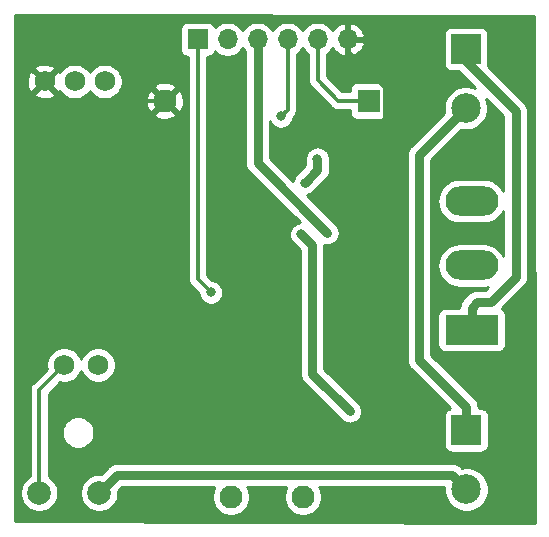
<source format=gtl>
G04 #@! TF.GenerationSoftware,KiCad,Pcbnew,5.1.7-a382d34a8~88~ubuntu18.04.1*
G04 #@! TF.CreationDate,2021-07-23T19:11:00+05:30*
G04 #@! TF.ProjectId,BackEnd_HeavyDevice_v2,4261636b-456e-4645-9f48-656176794465,rev?*
G04 #@! TF.SameCoordinates,Original*
G04 #@! TF.FileFunction,Copper,L1,Top*
G04 #@! TF.FilePolarity,Positive*
%FSLAX46Y46*%
G04 Gerber Fmt 4.6, Leading zero omitted, Abs format (unit mm)*
G04 Created by KiCad (PCBNEW 5.1.7-a382d34a8~88~ubuntu18.04.1) date 2021-07-23 19:11:00*
%MOMM*%
%LPD*%
G01*
G04 APERTURE LIST*
G04 #@! TA.AperFunction,ComponentPad*
%ADD10C,1.950000*%
G04 #@! TD*
G04 #@! TA.AperFunction,ComponentPad*
%ADD11R,1.950000X1.950000*%
G04 #@! TD*
G04 #@! TA.AperFunction,ComponentPad*
%ADD12C,2.000000*%
G04 #@! TD*
G04 #@! TA.AperFunction,ComponentPad*
%ADD13C,2.500000*%
G04 #@! TD*
G04 #@! TA.AperFunction,ComponentPad*
%ADD14R,2.500000X2.500000*%
G04 #@! TD*
G04 #@! TA.AperFunction,ComponentPad*
%ADD15O,4.500000X2.500000*%
G04 #@! TD*
G04 #@! TA.AperFunction,ComponentPad*
%ADD16R,4.500000X2.500000*%
G04 #@! TD*
G04 #@! TA.AperFunction,ComponentPad*
%ADD17C,1.750000*%
G04 #@! TD*
G04 #@! TA.AperFunction,ComponentPad*
%ADD18R,1.700000X1.700000*%
G04 #@! TD*
G04 #@! TA.AperFunction,ComponentPad*
%ADD19O,1.700000X1.700000*%
G04 #@! TD*
G04 #@! TA.AperFunction,ViaPad*
%ADD20C,0.800000*%
G04 #@! TD*
G04 #@! TA.AperFunction,Conductor*
%ADD21C,0.350000*%
G04 #@! TD*
G04 #@! TA.AperFunction,Conductor*
%ADD22C,0.800000*%
G04 #@! TD*
G04 #@! TA.AperFunction,Conductor*
%ADD23C,0.254000*%
G04 #@! TD*
G04 #@! TA.AperFunction,Conductor*
%ADD24C,0.100000*%
G04 #@! TD*
G04 APERTURE END LIST*
D10*
X132225000Y-133535000D03*
X120541000Y-100007000D03*
X126129000Y-133535000D03*
D11*
X137813000Y-100007000D03*
D12*
X109903000Y-133198000D03*
X114983000Y-133208000D03*
D13*
X146078000Y-132904000D03*
D14*
X146078000Y-127904000D03*
X146027000Y-95631000D03*
D13*
X146027000Y-100631000D03*
D15*
X146515000Y-108500000D03*
X146515000Y-113950000D03*
D16*
X146515000Y-119400000D03*
D17*
X110368080Y-98368980D03*
X115448080Y-98368980D03*
X112908080Y-98368980D03*
X112018080Y-122368980D03*
X114878080Y-122368980D03*
D18*
X123309000Y-94800400D03*
D19*
X125849000Y-94800400D03*
X128389000Y-94800400D03*
X130929000Y-94800400D03*
X133469000Y-94800400D03*
X136009000Y-94800400D03*
D20*
X139182900Y-103466800D03*
X130362960Y-101318060D03*
X136197340Y-126301500D03*
X132100320Y-111323120D03*
X132425440Y-106939080D03*
X133464300Y-104907078D03*
X134307800Y-111197500D03*
X124448300Y-116222600D03*
D21*
X136462700Y-100007000D02*
X137813000Y-100007000D01*
X135211400Y-100007000D02*
X136462700Y-100007000D01*
X133469000Y-94800400D02*
X133469000Y-98264600D01*
X133469000Y-98264600D02*
X135211400Y-100007000D01*
X136009000Y-96025700D02*
X136315300Y-96025700D01*
X136315300Y-96025700D02*
X139182900Y-98893300D01*
X139182900Y-98893300D02*
X139182900Y-103466800D01*
X136009000Y-94800400D02*
X136009000Y-96025700D01*
X112006100Y-100007000D02*
X110368080Y-98368980D01*
X120541000Y-100007000D02*
X112006100Y-100007000D01*
X130929000Y-100752020D02*
X130362960Y-101318060D01*
X130929000Y-94800400D02*
X130929000Y-100752020D01*
D22*
X116494540Y-131696460D02*
X114983000Y-133208000D01*
X146078000Y-132904000D02*
X144870460Y-131696460D01*
X144870460Y-131696460D02*
X116494540Y-131696460D01*
X133017260Y-112240060D02*
X132100320Y-111323120D01*
X136197340Y-126301500D02*
X133017260Y-123121420D01*
X133017260Y-123121420D02*
X133017260Y-112240060D01*
X132425440Y-106939080D02*
X133464300Y-105900220D01*
X133464300Y-105900220D02*
X133464300Y-104907078D01*
X146078000Y-125953700D02*
X146078000Y-127904000D01*
X146027000Y-100631000D02*
X142069820Y-104588180D01*
X142069820Y-121945520D02*
X146078000Y-125953700D01*
X142069820Y-104588180D02*
X142069820Y-121945520D01*
D21*
X109903000Y-126057000D02*
X109903000Y-133198000D01*
X109903000Y-124484060D02*
X112018080Y-122368980D01*
X109903000Y-126057000D02*
X109903000Y-124484060D01*
D22*
X128389000Y-94800400D02*
X128389000Y-105278700D01*
X128389000Y-105278700D02*
X134307800Y-111197500D01*
D21*
X123309000Y-94800400D02*
X123309000Y-115083300D01*
X123309000Y-115083300D02*
X124448300Y-116222600D01*
D22*
X146027000Y-96677340D02*
X146027000Y-95631000D01*
X150246080Y-100896420D02*
X146027000Y-96677340D01*
X146515000Y-117510380D02*
X146969480Y-117055900D01*
X146515000Y-119400000D02*
X146515000Y-117510380D01*
X146969480Y-117055900D02*
X148115020Y-117055900D01*
X148115020Y-117055900D02*
X150246080Y-114924840D01*
X150246080Y-114924840D02*
X150246080Y-100896420D01*
D23*
X151826057Y-92864482D02*
X151858882Y-135729651D01*
X107820512Y-135616007D01*
X107821575Y-133036967D01*
X108268000Y-133036967D01*
X108268000Y-133359033D01*
X108330832Y-133674912D01*
X108454082Y-133972463D01*
X108633013Y-134240252D01*
X108860748Y-134467987D01*
X109128537Y-134646918D01*
X109426088Y-134770168D01*
X109741967Y-134833000D01*
X110064033Y-134833000D01*
X110379912Y-134770168D01*
X110677463Y-134646918D01*
X110945252Y-134467987D01*
X111172987Y-134240252D01*
X111351918Y-133972463D01*
X111475168Y-133674912D01*
X111538000Y-133359033D01*
X111538000Y-133046967D01*
X113348000Y-133046967D01*
X113348000Y-133369033D01*
X113410832Y-133684912D01*
X113534082Y-133982463D01*
X113713013Y-134250252D01*
X113940748Y-134477987D01*
X114208537Y-134656918D01*
X114506088Y-134780168D01*
X114821967Y-134843000D01*
X115144033Y-134843000D01*
X115459912Y-134780168D01*
X115757463Y-134656918D01*
X116025252Y-134477987D01*
X116252987Y-134250252D01*
X116431918Y-133982463D01*
X116555168Y-133684912D01*
X116618000Y-133369033D01*
X116618000Y-133046967D01*
X116616298Y-133038412D01*
X116923251Y-132731460D01*
X124729578Y-132731460D01*
X124702237Y-132772379D01*
X124580871Y-133065380D01*
X124519000Y-133376429D01*
X124519000Y-133693571D01*
X124580871Y-134004620D01*
X124702237Y-134297621D01*
X124878431Y-134561315D01*
X125102685Y-134785569D01*
X125366379Y-134961763D01*
X125659380Y-135083129D01*
X125970429Y-135145000D01*
X126287571Y-135145000D01*
X126598620Y-135083129D01*
X126891621Y-134961763D01*
X127155315Y-134785569D01*
X127379569Y-134561315D01*
X127555763Y-134297621D01*
X127677129Y-134004620D01*
X127739000Y-133693571D01*
X127739000Y-133376429D01*
X127677129Y-133065380D01*
X127555763Y-132772379D01*
X127528422Y-132731460D01*
X130825578Y-132731460D01*
X130798237Y-132772379D01*
X130676871Y-133065380D01*
X130615000Y-133376429D01*
X130615000Y-133693571D01*
X130676871Y-134004620D01*
X130798237Y-134297621D01*
X130974431Y-134561315D01*
X131198685Y-134785569D01*
X131462379Y-134961763D01*
X131755380Y-135083129D01*
X132066429Y-135145000D01*
X132383571Y-135145000D01*
X132694620Y-135083129D01*
X132987621Y-134961763D01*
X133251315Y-134785569D01*
X133475569Y-134561315D01*
X133651763Y-134297621D01*
X133773129Y-134004620D01*
X133835000Y-133693571D01*
X133835000Y-133376429D01*
X133773129Y-133065380D01*
X133651763Y-132772379D01*
X133624422Y-132731460D01*
X144193000Y-132731460D01*
X144193000Y-133089656D01*
X144265439Y-133453834D01*
X144407534Y-133796882D01*
X144613825Y-134105618D01*
X144876382Y-134368175D01*
X145185118Y-134574466D01*
X145528166Y-134716561D01*
X145892344Y-134789000D01*
X146263656Y-134789000D01*
X146627834Y-134716561D01*
X146970882Y-134574466D01*
X147279618Y-134368175D01*
X147542175Y-134105618D01*
X147748466Y-133796882D01*
X147890561Y-133453834D01*
X147963000Y-133089656D01*
X147963000Y-132718344D01*
X147890561Y-132354166D01*
X147748466Y-132011118D01*
X147542175Y-131702382D01*
X147279618Y-131439825D01*
X146970882Y-131233534D01*
X146627834Y-131091439D01*
X146263656Y-131019000D01*
X145892344Y-131019000D01*
X145695804Y-131058094D01*
X145638267Y-131000557D01*
X145605856Y-130961064D01*
X145448257Y-130831726D01*
X145268453Y-130735619D01*
X145073355Y-130676436D01*
X144921298Y-130661460D01*
X144921288Y-130661460D01*
X144870460Y-130656454D01*
X144819632Y-130661460D01*
X116545367Y-130661460D01*
X116494539Y-130656454D01*
X116443711Y-130661460D01*
X116443702Y-130661460D01*
X116291645Y-130676436D01*
X116096547Y-130735619D01*
X116012849Y-130780356D01*
X115916742Y-130831726D01*
X115798632Y-130928657D01*
X115759144Y-130961064D01*
X115726737Y-131000552D01*
X115152588Y-131574702D01*
X115144033Y-131573000D01*
X114821967Y-131573000D01*
X114506088Y-131635832D01*
X114208537Y-131759082D01*
X113940748Y-131938013D01*
X113713013Y-132165748D01*
X113534082Y-132433537D01*
X113410832Y-132731088D01*
X113348000Y-133046967D01*
X111538000Y-133046967D01*
X111538000Y-133036967D01*
X111475168Y-132721088D01*
X111351918Y-132423537D01*
X111172987Y-132155748D01*
X110945252Y-131928013D01*
X110713000Y-131772827D01*
X110713000Y-127976109D01*
X111810100Y-127976109D01*
X111810100Y-128248931D01*
X111863325Y-128516509D01*
X111967729Y-128768563D01*
X112119301Y-128995406D01*
X112312214Y-129188319D01*
X112539057Y-129339891D01*
X112791111Y-129444295D01*
X113058689Y-129497520D01*
X113331511Y-129497520D01*
X113599089Y-129444295D01*
X113851143Y-129339891D01*
X114077986Y-129188319D01*
X114270899Y-128995406D01*
X114422471Y-128768563D01*
X114526875Y-128516509D01*
X114580100Y-128248931D01*
X114580100Y-127976109D01*
X114526875Y-127708531D01*
X114422471Y-127456477D01*
X114270899Y-127229634D01*
X114077986Y-127036721D01*
X113851143Y-126885149D01*
X113599089Y-126780745D01*
X113331511Y-126727520D01*
X113058689Y-126727520D01*
X112791111Y-126780745D01*
X112539057Y-126885149D01*
X112312214Y-127036721D01*
X112119301Y-127229634D01*
X111967729Y-127456477D01*
X111863325Y-127708531D01*
X111810100Y-127976109D01*
X110713000Y-127976109D01*
X110713000Y-124819572D01*
X111689391Y-123843182D01*
X111869358Y-123878980D01*
X112166802Y-123878980D01*
X112458531Y-123820951D01*
X112733333Y-123707124D01*
X112980649Y-123541873D01*
X113190973Y-123331549D01*
X113356224Y-123084233D01*
X113448080Y-122862474D01*
X113539936Y-123084233D01*
X113705187Y-123331549D01*
X113915511Y-123541873D01*
X114162827Y-123707124D01*
X114437629Y-123820951D01*
X114729358Y-123878980D01*
X115026802Y-123878980D01*
X115318531Y-123820951D01*
X115593333Y-123707124D01*
X115840649Y-123541873D01*
X116050973Y-123331549D01*
X116216224Y-123084233D01*
X116330051Y-122809431D01*
X116388080Y-122517702D01*
X116388080Y-122220258D01*
X116330051Y-121928529D01*
X116216224Y-121653727D01*
X116050973Y-121406411D01*
X115840649Y-121196087D01*
X115593333Y-121030836D01*
X115318531Y-120917009D01*
X115026802Y-120858980D01*
X114729358Y-120858980D01*
X114437629Y-120917009D01*
X114162827Y-121030836D01*
X113915511Y-121196087D01*
X113705187Y-121406411D01*
X113539936Y-121653727D01*
X113448080Y-121875486D01*
X113356224Y-121653727D01*
X113190973Y-121406411D01*
X112980649Y-121196087D01*
X112733333Y-121030836D01*
X112458531Y-120917009D01*
X112166802Y-120858980D01*
X111869358Y-120858980D01*
X111577629Y-120917009D01*
X111302827Y-121030836D01*
X111055511Y-121196087D01*
X110845187Y-121406411D01*
X110679936Y-121653727D01*
X110566109Y-121928529D01*
X110508080Y-122220258D01*
X110508080Y-122517702D01*
X110543878Y-122697669D01*
X109358383Y-123883165D01*
X109327473Y-123908532D01*
X109302108Y-123939440D01*
X109226251Y-124031871D01*
X109151038Y-124172587D01*
X109104721Y-124325273D01*
X109089081Y-124484060D01*
X109093001Y-124523858D01*
X109093000Y-126017209D01*
X109093000Y-126017210D01*
X109093001Y-131772827D01*
X108860748Y-131928013D01*
X108633013Y-132155748D01*
X108454082Y-132423537D01*
X108330832Y-132721088D01*
X108268000Y-133036967D01*
X107821575Y-133036967D01*
X107834737Y-101124584D01*
X119603021Y-101124584D01*
X119695766Y-101386429D01*
X119981120Y-101524820D01*
X120287990Y-101604883D01*
X120604584Y-101623540D01*
X120918733Y-101580074D01*
X121218367Y-101476156D01*
X121386234Y-101386429D01*
X121478979Y-101124584D01*
X120541000Y-100186605D01*
X119603021Y-101124584D01*
X107834737Y-101124584D01*
X107835172Y-100070584D01*
X118924460Y-100070584D01*
X118967926Y-100384733D01*
X119071844Y-100684367D01*
X119161571Y-100852234D01*
X119423416Y-100944979D01*
X120361395Y-100007000D01*
X120720605Y-100007000D01*
X121658584Y-100944979D01*
X121920429Y-100852234D01*
X122058820Y-100566880D01*
X122138883Y-100260010D01*
X122157540Y-99943416D01*
X122114074Y-99629267D01*
X122010156Y-99329633D01*
X121920429Y-99161766D01*
X121658584Y-99069021D01*
X120720605Y-100007000D01*
X120361395Y-100007000D01*
X119423416Y-99069021D01*
X119161571Y-99161766D01*
X119023180Y-99447120D01*
X118943117Y-99753990D01*
X118924460Y-100070584D01*
X107835172Y-100070584D01*
X107835443Y-99415220D01*
X109501445Y-99415220D01*
X109582105Y-99666848D01*
X109850409Y-99795247D01*
X110138606Y-99868835D01*
X110435623Y-99884784D01*
X110730043Y-99842481D01*
X111010554Y-99743552D01*
X111154055Y-99666848D01*
X111234715Y-99415220D01*
X110368080Y-98548585D01*
X109501445Y-99415220D01*
X107835443Y-99415220D01*
X107835847Y-98436523D01*
X108852276Y-98436523D01*
X108894579Y-98730943D01*
X108993508Y-99011454D01*
X109070212Y-99154955D01*
X109321840Y-99235615D01*
X110188475Y-98368980D01*
X110547685Y-98368980D01*
X111414320Y-99235615D01*
X111625792Y-99167827D01*
X111735187Y-99331549D01*
X111945511Y-99541873D01*
X112192827Y-99707124D01*
X112467629Y-99820951D01*
X112759358Y-99878980D01*
X113056802Y-99878980D01*
X113348531Y-99820951D01*
X113623333Y-99707124D01*
X113870649Y-99541873D01*
X114080973Y-99331549D01*
X114178080Y-99186218D01*
X114275187Y-99331549D01*
X114485511Y-99541873D01*
X114732827Y-99707124D01*
X115007629Y-99820951D01*
X115299358Y-99878980D01*
X115596802Y-99878980D01*
X115888531Y-99820951D01*
X116163333Y-99707124D01*
X116410649Y-99541873D01*
X116620973Y-99331549D01*
X116786224Y-99084233D01*
X116866920Y-98889416D01*
X119603021Y-98889416D01*
X120541000Y-99827395D01*
X121478979Y-98889416D01*
X121386234Y-98627571D01*
X121100880Y-98489180D01*
X120794010Y-98409117D01*
X120477416Y-98390460D01*
X120163267Y-98433926D01*
X119863633Y-98537844D01*
X119695766Y-98627571D01*
X119603021Y-98889416D01*
X116866920Y-98889416D01*
X116900051Y-98809431D01*
X116958080Y-98517702D01*
X116958080Y-98220258D01*
X116900051Y-97928529D01*
X116786224Y-97653727D01*
X116620973Y-97406411D01*
X116410649Y-97196087D01*
X116163333Y-97030836D01*
X115888531Y-96917009D01*
X115596802Y-96858980D01*
X115299358Y-96858980D01*
X115007629Y-96917009D01*
X114732827Y-97030836D01*
X114485511Y-97196087D01*
X114275187Y-97406411D01*
X114178080Y-97551742D01*
X114080973Y-97406411D01*
X113870649Y-97196087D01*
X113623333Y-97030836D01*
X113348531Y-96917009D01*
X113056802Y-96858980D01*
X112759358Y-96858980D01*
X112467629Y-96917009D01*
X112192827Y-97030836D01*
X111945511Y-97196087D01*
X111735187Y-97406411D01*
X111625792Y-97570133D01*
X111414320Y-97502345D01*
X110547685Y-98368980D01*
X110188475Y-98368980D01*
X109321840Y-97502345D01*
X109070212Y-97583005D01*
X108941813Y-97851309D01*
X108868225Y-98139506D01*
X108852276Y-98436523D01*
X107835847Y-98436523D01*
X107836306Y-97322740D01*
X109501445Y-97322740D01*
X110368080Y-98189375D01*
X111234715Y-97322740D01*
X111154055Y-97071112D01*
X110885751Y-96942713D01*
X110597554Y-96869125D01*
X110300537Y-96853176D01*
X110006117Y-96895479D01*
X109725606Y-96994408D01*
X109582105Y-97071112D01*
X109501445Y-97322740D01*
X107836306Y-97322740D01*
X107837698Y-93950400D01*
X121820928Y-93950400D01*
X121820928Y-95650400D01*
X121833188Y-95774882D01*
X121869498Y-95894580D01*
X121928463Y-96004894D01*
X122007815Y-96101585D01*
X122104506Y-96180937D01*
X122214820Y-96239902D01*
X122334518Y-96276212D01*
X122459000Y-96288472D01*
X122499000Y-96288472D01*
X122499001Y-115043502D01*
X122495081Y-115083300D01*
X122499458Y-115127734D01*
X122510721Y-115242088D01*
X122529925Y-115305395D01*
X122557038Y-115394773D01*
X122632251Y-115535489D01*
X122687852Y-115603239D01*
X122733473Y-115658828D01*
X122764383Y-115684195D01*
X123415429Y-116335241D01*
X123453074Y-116524498D01*
X123531095Y-116712856D01*
X123644363Y-116882374D01*
X123788526Y-117026537D01*
X123958044Y-117139805D01*
X124146402Y-117217826D01*
X124346361Y-117257600D01*
X124550239Y-117257600D01*
X124750198Y-117217826D01*
X124938556Y-117139805D01*
X125108074Y-117026537D01*
X125252237Y-116882374D01*
X125365505Y-116712856D01*
X125443526Y-116524498D01*
X125483300Y-116324539D01*
X125483300Y-116120661D01*
X125443526Y-115920702D01*
X125365505Y-115732344D01*
X125252237Y-115562826D01*
X125108074Y-115418663D01*
X124938556Y-115305395D01*
X124750198Y-115227374D01*
X124560941Y-115189729D01*
X124119000Y-114747788D01*
X124119000Y-96288472D01*
X124159000Y-96288472D01*
X124283482Y-96276212D01*
X124403180Y-96239902D01*
X124513494Y-96180937D01*
X124610185Y-96101585D01*
X124689537Y-96004894D01*
X124748502Y-95894580D01*
X124770513Y-95822020D01*
X124902368Y-95953875D01*
X125145589Y-96116390D01*
X125415842Y-96228332D01*
X125702740Y-96285400D01*
X125995260Y-96285400D01*
X126282158Y-96228332D01*
X126552411Y-96116390D01*
X126795632Y-95953875D01*
X127002475Y-95747032D01*
X127119000Y-95572640D01*
X127235525Y-95747032D01*
X127354000Y-95865507D01*
X127354001Y-105227862D01*
X127348994Y-105278700D01*
X127368977Y-105481595D01*
X127428160Y-105676693D01*
X127524266Y-105856497D01*
X127563317Y-105904080D01*
X127653605Y-106014096D01*
X127693093Y-106046503D01*
X131945001Y-110298411D01*
X131897425Y-110303097D01*
X131848552Y-110317923D01*
X131798422Y-110327894D01*
X131751198Y-110347455D01*
X131702327Y-110362280D01*
X131657284Y-110386356D01*
X131610064Y-110405915D01*
X131567572Y-110434307D01*
X131522523Y-110458386D01*
X131483036Y-110490792D01*
X131440546Y-110519183D01*
X131404412Y-110555317D01*
X131364924Y-110587724D01*
X131332517Y-110627212D01*
X131296383Y-110663346D01*
X131267992Y-110705836D01*
X131235586Y-110745323D01*
X131211507Y-110790372D01*
X131183115Y-110832864D01*
X131163556Y-110880084D01*
X131139480Y-110925127D01*
X131124655Y-110973998D01*
X131105094Y-111021222D01*
X131095123Y-111071352D01*
X131080297Y-111120225D01*
X131075291Y-111171053D01*
X131065320Y-111221181D01*
X131065320Y-111272292D01*
X131060314Y-111323120D01*
X131065320Y-111373948D01*
X131065320Y-111425059D01*
X131075291Y-111475187D01*
X131080297Y-111526015D01*
X131095123Y-111574888D01*
X131105094Y-111625018D01*
X131124655Y-111672242D01*
X131139480Y-111721113D01*
X131163556Y-111766156D01*
X131183115Y-111813376D01*
X131211507Y-111855868D01*
X131235586Y-111900917D01*
X131267991Y-111940403D01*
X131296383Y-111982894D01*
X131440546Y-112127057D01*
X131440549Y-112127059D01*
X131982261Y-112668772D01*
X131982260Y-123070592D01*
X131977254Y-123121420D01*
X131982260Y-123172248D01*
X131982260Y-123172257D01*
X131997236Y-123324314D01*
X132056419Y-123519412D01*
X132152526Y-123699217D01*
X132281864Y-123856816D01*
X132321357Y-123889227D01*
X135393403Y-126961274D01*
X135537566Y-127105437D01*
X135580052Y-127133825D01*
X135619542Y-127166234D01*
X135664596Y-127190316D01*
X135707084Y-127218705D01*
X135754299Y-127238262D01*
X135799346Y-127262340D01*
X135848221Y-127277166D01*
X135895442Y-127296726D01*
X135945569Y-127306697D01*
X135994444Y-127321523D01*
X136045274Y-127326529D01*
X136095401Y-127336500D01*
X136146511Y-127336500D01*
X136197339Y-127341506D01*
X136248167Y-127336500D01*
X136299279Y-127336500D01*
X136349408Y-127326529D01*
X136400234Y-127321523D01*
X136449106Y-127306698D01*
X136499238Y-127296726D01*
X136546463Y-127277165D01*
X136595333Y-127262340D01*
X136640376Y-127238264D01*
X136687596Y-127218705D01*
X136730088Y-127190313D01*
X136775137Y-127166234D01*
X136814621Y-127133830D01*
X136857114Y-127105437D01*
X136893256Y-127069295D01*
X136932735Y-127036895D01*
X136965135Y-126997416D01*
X137001277Y-126961274D01*
X137029670Y-126918781D01*
X137062074Y-126879297D01*
X137086153Y-126834248D01*
X137114545Y-126791756D01*
X137134104Y-126744536D01*
X137158180Y-126699493D01*
X137173005Y-126650623D01*
X137192566Y-126603398D01*
X137202538Y-126553266D01*
X137217363Y-126504394D01*
X137222369Y-126453568D01*
X137232340Y-126403439D01*
X137232340Y-126352327D01*
X137237346Y-126301499D01*
X137232340Y-126250671D01*
X137232340Y-126199561D01*
X137222369Y-126149434D01*
X137217363Y-126098604D01*
X137202537Y-126049729D01*
X137192566Y-125999602D01*
X137173006Y-125952381D01*
X137158180Y-125903506D01*
X137134102Y-125858459D01*
X137114545Y-125811244D01*
X137086156Y-125768756D01*
X137062074Y-125723702D01*
X137029665Y-125684212D01*
X137001277Y-125641726D01*
X136857114Y-125497563D01*
X134052260Y-122692710D01*
X134052260Y-112290895D01*
X134057267Y-112240060D01*
X134053538Y-112202201D01*
X134056029Y-112202697D01*
X134104904Y-112217523D01*
X134155734Y-112222529D01*
X134205861Y-112232500D01*
X134256971Y-112232500D01*
X134307799Y-112237506D01*
X134358627Y-112232500D01*
X134409739Y-112232500D01*
X134459868Y-112222529D01*
X134510694Y-112217523D01*
X134559566Y-112202698D01*
X134609698Y-112192726D01*
X134656923Y-112173165D01*
X134705793Y-112158340D01*
X134750836Y-112134264D01*
X134798056Y-112114705D01*
X134840548Y-112086313D01*
X134885597Y-112062234D01*
X134925081Y-112029830D01*
X134967574Y-112001437D01*
X135003716Y-111965295D01*
X135043195Y-111932895D01*
X135075595Y-111893416D01*
X135111737Y-111857274D01*
X135140130Y-111814781D01*
X135172534Y-111775297D01*
X135196613Y-111730248D01*
X135225005Y-111687756D01*
X135244564Y-111640536D01*
X135268640Y-111595493D01*
X135283465Y-111546623D01*
X135303026Y-111499398D01*
X135312998Y-111449266D01*
X135327823Y-111400394D01*
X135332829Y-111349568D01*
X135342800Y-111299439D01*
X135342800Y-111248327D01*
X135347806Y-111197499D01*
X135342800Y-111146671D01*
X135342800Y-111095561D01*
X135332829Y-111045434D01*
X135327823Y-110994604D01*
X135312997Y-110945729D01*
X135303026Y-110895602D01*
X135283466Y-110848381D01*
X135268640Y-110799506D01*
X135244562Y-110754459D01*
X135225005Y-110707244D01*
X135196616Y-110664756D01*
X135172534Y-110619702D01*
X135140125Y-110580212D01*
X135111737Y-110537726D01*
X134967574Y-110393563D01*
X132544654Y-107970644D01*
X132577507Y-107964109D01*
X132628335Y-107959103D01*
X132677208Y-107944277D01*
X132727338Y-107934306D01*
X132774562Y-107914745D01*
X132823433Y-107899920D01*
X132868476Y-107875844D01*
X132915696Y-107856285D01*
X132958188Y-107827893D01*
X133003237Y-107803814D01*
X133042723Y-107771409D01*
X133085214Y-107743017D01*
X133229377Y-107598854D01*
X133229379Y-107598851D01*
X134160208Y-106668023D01*
X134199696Y-106635616D01*
X134277274Y-106541087D01*
X134329034Y-106478018D01*
X134391429Y-106361283D01*
X134425141Y-106298213D01*
X134484324Y-106103115D01*
X134499300Y-105951058D01*
X134499300Y-105951056D01*
X134504307Y-105900220D01*
X134499300Y-105849385D01*
X134499300Y-104805139D01*
X134489331Y-104755021D01*
X134484324Y-104704183D01*
X134469496Y-104655301D01*
X134459526Y-104605180D01*
X134452485Y-104588180D01*
X141029814Y-104588180D01*
X141034820Y-104639008D01*
X141034821Y-121894682D01*
X141029814Y-121945520D01*
X141049797Y-122148415D01*
X141108980Y-122343513D01*
X141205086Y-122523317D01*
X141302017Y-122641427D01*
X141334425Y-122680916D01*
X141373912Y-122713323D01*
X144692208Y-126031619D01*
X144583820Y-126064498D01*
X144473506Y-126123463D01*
X144376815Y-126202815D01*
X144297463Y-126299506D01*
X144238498Y-126409820D01*
X144202188Y-126529518D01*
X144189928Y-126654000D01*
X144189928Y-129154000D01*
X144202188Y-129278482D01*
X144238498Y-129398180D01*
X144297463Y-129508494D01*
X144376815Y-129605185D01*
X144473506Y-129684537D01*
X144583820Y-129743502D01*
X144703518Y-129779812D01*
X144828000Y-129792072D01*
X147328000Y-129792072D01*
X147452482Y-129779812D01*
X147572180Y-129743502D01*
X147682494Y-129684537D01*
X147779185Y-129605185D01*
X147858537Y-129508494D01*
X147917502Y-129398180D01*
X147953812Y-129278482D01*
X147966072Y-129154000D01*
X147966072Y-126654000D01*
X147953812Y-126529518D01*
X147917502Y-126409820D01*
X147858537Y-126299506D01*
X147779185Y-126202815D01*
X147682494Y-126123463D01*
X147572180Y-126064498D01*
X147452482Y-126028188D01*
X147328000Y-126015928D01*
X147113000Y-126015928D01*
X147113000Y-126004535D01*
X147118007Y-125953700D01*
X147112542Y-125898212D01*
X147098024Y-125750805D01*
X147052615Y-125601115D01*
X147038841Y-125555706D01*
X146942734Y-125375902D01*
X146845803Y-125257792D01*
X146813396Y-125218304D01*
X146773908Y-125185897D01*
X143104820Y-121516810D01*
X143104820Y-105016890D01*
X145644805Y-102476906D01*
X145841344Y-102516000D01*
X146212656Y-102516000D01*
X146576834Y-102443561D01*
X146919882Y-102301466D01*
X147228618Y-102095175D01*
X147491175Y-101832618D01*
X147697466Y-101523882D01*
X147839561Y-101180834D01*
X147912000Y-100816656D01*
X147912000Y-100445344D01*
X147839561Y-100081166D01*
X147749367Y-99863417D01*
X149211081Y-101325132D01*
X149211081Y-107674390D01*
X149089903Y-107447683D01*
X148854345Y-107160655D01*
X148567317Y-106925097D01*
X148239848Y-106750061D01*
X147884524Y-106642275D01*
X147607597Y-106615000D01*
X145422403Y-106615000D01*
X145145476Y-106642275D01*
X144790152Y-106750061D01*
X144462683Y-106925097D01*
X144175655Y-107160655D01*
X143940097Y-107447683D01*
X143765061Y-107775152D01*
X143657275Y-108130476D01*
X143620880Y-108500000D01*
X143657275Y-108869524D01*
X143765061Y-109224848D01*
X143940097Y-109552317D01*
X144175655Y-109839345D01*
X144462683Y-110074903D01*
X144790152Y-110249939D01*
X145145476Y-110357725D01*
X145422403Y-110385000D01*
X147607597Y-110385000D01*
X147884524Y-110357725D01*
X148239848Y-110249939D01*
X148567317Y-110074903D01*
X148854345Y-109839345D01*
X149089903Y-109552317D01*
X149211080Y-109325610D01*
X149211080Y-113124389D01*
X149089903Y-112897683D01*
X148854345Y-112610655D01*
X148567317Y-112375097D01*
X148239848Y-112200061D01*
X147884524Y-112092275D01*
X147607597Y-112065000D01*
X145422403Y-112065000D01*
X145145476Y-112092275D01*
X144790152Y-112200061D01*
X144462683Y-112375097D01*
X144175655Y-112610655D01*
X143940097Y-112897683D01*
X143765061Y-113225152D01*
X143657275Y-113580476D01*
X143620880Y-113950000D01*
X143657275Y-114319524D01*
X143765061Y-114674848D01*
X143940097Y-115002317D01*
X144175655Y-115289345D01*
X144462683Y-115524903D01*
X144790152Y-115699939D01*
X145145476Y-115807725D01*
X145422403Y-115835000D01*
X147607597Y-115835000D01*
X147884524Y-115807725D01*
X147905999Y-115801211D01*
X147686310Y-116020900D01*
X147020315Y-116020900D01*
X146969480Y-116015893D01*
X146918645Y-116020900D01*
X146918642Y-116020900D01*
X146766585Y-116035876D01*
X146571487Y-116095059D01*
X146391683Y-116191166D01*
X146234084Y-116320504D01*
X146201673Y-116359997D01*
X145819093Y-116742577D01*
X145779605Y-116774984D01*
X145747198Y-116814472D01*
X145747197Y-116814473D01*
X145650266Y-116932583D01*
X145554160Y-117112387D01*
X145494977Y-117307485D01*
X145474994Y-117510380D01*
X145475146Y-117511928D01*
X144265000Y-117511928D01*
X144140518Y-117524188D01*
X144020820Y-117560498D01*
X143910506Y-117619463D01*
X143813815Y-117698815D01*
X143734463Y-117795506D01*
X143675498Y-117905820D01*
X143639188Y-118025518D01*
X143626928Y-118150000D01*
X143626928Y-120650000D01*
X143639188Y-120774482D01*
X143675498Y-120894180D01*
X143734463Y-121004494D01*
X143813815Y-121101185D01*
X143910506Y-121180537D01*
X144020820Y-121239502D01*
X144140518Y-121275812D01*
X144265000Y-121288072D01*
X148765000Y-121288072D01*
X148889482Y-121275812D01*
X149009180Y-121239502D01*
X149119494Y-121180537D01*
X149216185Y-121101185D01*
X149295537Y-121004494D01*
X149354502Y-120894180D01*
X149390812Y-120774482D01*
X149403072Y-120650000D01*
X149403072Y-118150000D01*
X149390812Y-118025518D01*
X149354502Y-117905820D01*
X149295537Y-117795506D01*
X149216185Y-117698815D01*
X149119494Y-117619463D01*
X149051507Y-117583123D01*
X150941988Y-115692643D01*
X150981476Y-115660236D01*
X151013883Y-115620748D01*
X151110814Y-115502638D01*
X151206920Y-115322834D01*
X151206921Y-115322833D01*
X151266104Y-115127735D01*
X151281080Y-114975678D01*
X151281080Y-114975676D01*
X151286087Y-114924840D01*
X151281080Y-114874005D01*
X151281080Y-100947247D01*
X151286086Y-100896419D01*
X151281080Y-100845591D01*
X151281080Y-100845582D01*
X151266104Y-100693525D01*
X151206921Y-100498427D01*
X151154768Y-100400855D01*
X151110814Y-100318622D01*
X151013883Y-100200512D01*
X150981476Y-100161024D01*
X150941988Y-100128617D01*
X147883271Y-97069901D01*
X147902812Y-97005482D01*
X147915072Y-96881000D01*
X147915072Y-94381000D01*
X147902812Y-94256518D01*
X147866502Y-94136820D01*
X147807537Y-94026506D01*
X147728185Y-93929815D01*
X147631494Y-93850463D01*
X147521180Y-93791498D01*
X147401482Y-93755188D01*
X147277000Y-93742928D01*
X144777000Y-93742928D01*
X144652518Y-93755188D01*
X144532820Y-93791498D01*
X144422506Y-93850463D01*
X144325815Y-93929815D01*
X144246463Y-94026506D01*
X144187498Y-94136820D01*
X144151188Y-94256518D01*
X144138928Y-94381000D01*
X144138928Y-96881000D01*
X144151188Y-97005482D01*
X144187498Y-97125180D01*
X144246463Y-97235494D01*
X144325815Y-97332185D01*
X144422506Y-97411537D01*
X144532820Y-97470502D01*
X144652518Y-97506812D01*
X144777000Y-97519072D01*
X145405022Y-97519072D01*
X146794583Y-98908634D01*
X146576834Y-98818439D01*
X146212656Y-98746000D01*
X145841344Y-98746000D01*
X145477166Y-98818439D01*
X145134118Y-98960534D01*
X144825382Y-99166825D01*
X144562825Y-99429382D01*
X144356534Y-99738118D01*
X144214439Y-100081166D01*
X144142000Y-100445344D01*
X144142000Y-100816656D01*
X144181094Y-101013195D01*
X141373917Y-103820373D01*
X141334424Y-103852784D01*
X141205086Y-104010383D01*
X141108979Y-104190188D01*
X141049796Y-104385286D01*
X141034820Y-104537343D01*
X141034820Y-104537352D01*
X141029814Y-104588180D01*
X134452485Y-104588180D01*
X134439969Y-104557965D01*
X134425141Y-104509085D01*
X134401062Y-104464036D01*
X134381505Y-104416822D01*
X134353114Y-104374332D01*
X134329034Y-104329281D01*
X134296628Y-104289794D01*
X134268237Y-104247304D01*
X134232103Y-104211170D01*
X134199696Y-104171682D01*
X134160208Y-104139275D01*
X134124074Y-104103141D01*
X134081584Y-104074750D01*
X134042097Y-104042344D01*
X133997046Y-104018264D01*
X133954556Y-103989873D01*
X133907342Y-103970316D01*
X133862293Y-103946237D01*
X133813413Y-103931409D01*
X133766198Y-103911852D01*
X133716077Y-103901882D01*
X133667195Y-103887054D01*
X133616357Y-103882047D01*
X133566239Y-103872078D01*
X133515138Y-103872078D01*
X133464300Y-103867071D01*
X133413462Y-103872078D01*
X133362361Y-103872078D01*
X133312242Y-103882047D01*
X133261406Y-103887054D01*
X133212526Y-103901882D01*
X133162402Y-103911852D01*
X133115184Y-103931410D01*
X133066308Y-103946237D01*
X133021262Y-103970315D01*
X132974044Y-103989873D01*
X132931550Y-104018266D01*
X132886504Y-104042344D01*
X132847021Y-104074747D01*
X132804526Y-104103141D01*
X132768387Y-104139280D01*
X132728905Y-104171682D01*
X132696503Y-104211164D01*
X132660363Y-104247304D01*
X132631968Y-104289800D01*
X132599567Y-104329281D01*
X132575491Y-104374325D01*
X132547095Y-104416822D01*
X132527535Y-104464044D01*
X132503460Y-104509085D01*
X132488635Y-104557956D01*
X132469074Y-104605180D01*
X132459103Y-104655310D01*
X132444277Y-104704183D01*
X132439271Y-104755011D01*
X132429300Y-104805139D01*
X132429300Y-105009017D01*
X132429301Y-105009021D01*
X132429300Y-105471509D01*
X131765669Y-106135141D01*
X131765666Y-106135143D01*
X131621503Y-106279306D01*
X131593111Y-106321797D01*
X131560706Y-106361283D01*
X131536627Y-106406332D01*
X131508235Y-106448824D01*
X131488676Y-106496044D01*
X131464600Y-106541087D01*
X131449775Y-106589958D01*
X131430214Y-106637182D01*
X131420243Y-106687312D01*
X131405417Y-106736185D01*
X131400411Y-106787013D01*
X131393876Y-106819866D01*
X129424000Y-104849990D01*
X129424000Y-101755795D01*
X129445755Y-101808316D01*
X129559023Y-101977834D01*
X129703186Y-102121997D01*
X129872704Y-102235265D01*
X130061062Y-102313286D01*
X130261021Y-102353060D01*
X130464899Y-102353060D01*
X130664858Y-102313286D01*
X130853216Y-102235265D01*
X131022734Y-102121997D01*
X131166897Y-101977834D01*
X131280165Y-101808316D01*
X131358186Y-101619958D01*
X131395831Y-101430702D01*
X131473617Y-101352915D01*
X131504528Y-101327548D01*
X131605749Y-101204209D01*
X131680963Y-101063493D01*
X131727280Y-100910808D01*
X131739000Y-100791811D01*
X131739000Y-100791809D01*
X131742919Y-100752021D01*
X131739000Y-100712233D01*
X131739000Y-96045170D01*
X131875632Y-95953875D01*
X132082475Y-95747032D01*
X132199000Y-95572640D01*
X132315525Y-95747032D01*
X132522368Y-95953875D01*
X132659000Y-96045170D01*
X132659001Y-98224802D01*
X132655081Y-98264600D01*
X132670721Y-98423387D01*
X132717038Y-98576073D01*
X132792251Y-98716789D01*
X132847852Y-98784539D01*
X132893473Y-98840128D01*
X132924383Y-98865495D01*
X134610505Y-100551618D01*
X134635872Y-100582528D01*
X134666780Y-100607893D01*
X134759211Y-100683749D01*
X134899926Y-100758963D01*
X134935463Y-100769743D01*
X135052612Y-100805280D01*
X135171609Y-100817000D01*
X135171612Y-100817000D01*
X135211400Y-100820919D01*
X135251188Y-100817000D01*
X136199928Y-100817000D01*
X136199928Y-100982000D01*
X136212188Y-101106482D01*
X136248498Y-101226180D01*
X136307463Y-101336494D01*
X136386815Y-101433185D01*
X136483506Y-101512537D01*
X136593820Y-101571502D01*
X136713518Y-101607812D01*
X136838000Y-101620072D01*
X138788000Y-101620072D01*
X138912482Y-101607812D01*
X139032180Y-101571502D01*
X139142494Y-101512537D01*
X139239185Y-101433185D01*
X139318537Y-101336494D01*
X139377502Y-101226180D01*
X139413812Y-101106482D01*
X139426072Y-100982000D01*
X139426072Y-99032000D01*
X139413812Y-98907518D01*
X139377502Y-98787820D01*
X139318537Y-98677506D01*
X139239185Y-98580815D01*
X139142494Y-98501463D01*
X139032180Y-98442498D01*
X138912482Y-98406188D01*
X138788000Y-98393928D01*
X136838000Y-98393928D01*
X136713518Y-98406188D01*
X136593820Y-98442498D01*
X136483506Y-98501463D01*
X136386815Y-98580815D01*
X136307463Y-98677506D01*
X136248498Y-98787820D01*
X136212188Y-98907518D01*
X136199928Y-99032000D01*
X136199928Y-99197000D01*
X135546913Y-99197000D01*
X134279000Y-97929088D01*
X134279000Y-96045170D01*
X134415632Y-95953875D01*
X134622475Y-95747032D01*
X134744195Y-95564866D01*
X134813822Y-95681755D01*
X135008731Y-95897988D01*
X135242080Y-96072041D01*
X135504901Y-96197225D01*
X135652110Y-96241876D01*
X135882000Y-96120555D01*
X135882000Y-94927400D01*
X136136000Y-94927400D01*
X136136000Y-96120555D01*
X136365890Y-96241876D01*
X136513099Y-96197225D01*
X136775920Y-96072041D01*
X137009269Y-95897988D01*
X137204178Y-95681755D01*
X137353157Y-95431652D01*
X137450481Y-95157291D01*
X137329814Y-94927400D01*
X136136000Y-94927400D01*
X135882000Y-94927400D01*
X135862000Y-94927400D01*
X135862000Y-94673400D01*
X135882000Y-94673400D01*
X135882000Y-93480245D01*
X136136000Y-93480245D01*
X136136000Y-94673400D01*
X137329814Y-94673400D01*
X137450481Y-94443509D01*
X137353157Y-94169148D01*
X137204178Y-93919045D01*
X137009269Y-93702812D01*
X136775920Y-93528759D01*
X136513099Y-93403575D01*
X136365890Y-93358924D01*
X136136000Y-93480245D01*
X135882000Y-93480245D01*
X135652110Y-93358924D01*
X135504901Y-93403575D01*
X135242080Y-93528759D01*
X135008731Y-93702812D01*
X134813822Y-93919045D01*
X134744195Y-94035934D01*
X134622475Y-93853768D01*
X134415632Y-93646925D01*
X134172411Y-93484410D01*
X133902158Y-93372468D01*
X133615260Y-93315400D01*
X133322740Y-93315400D01*
X133035842Y-93372468D01*
X132765589Y-93484410D01*
X132522368Y-93646925D01*
X132315525Y-93853768D01*
X132199000Y-94028160D01*
X132082475Y-93853768D01*
X131875632Y-93646925D01*
X131632411Y-93484410D01*
X131362158Y-93372468D01*
X131075260Y-93315400D01*
X130782740Y-93315400D01*
X130495842Y-93372468D01*
X130225589Y-93484410D01*
X129982368Y-93646925D01*
X129775525Y-93853768D01*
X129659000Y-94028160D01*
X129542475Y-93853768D01*
X129335632Y-93646925D01*
X129092411Y-93484410D01*
X128822158Y-93372468D01*
X128535260Y-93315400D01*
X128242740Y-93315400D01*
X127955842Y-93372468D01*
X127685589Y-93484410D01*
X127442368Y-93646925D01*
X127235525Y-93853768D01*
X127119000Y-94028160D01*
X127002475Y-93853768D01*
X126795632Y-93646925D01*
X126552411Y-93484410D01*
X126282158Y-93372468D01*
X125995260Y-93315400D01*
X125702740Y-93315400D01*
X125415842Y-93372468D01*
X125145589Y-93484410D01*
X124902368Y-93646925D01*
X124770513Y-93778780D01*
X124748502Y-93706220D01*
X124689537Y-93595906D01*
X124610185Y-93499215D01*
X124513494Y-93419863D01*
X124403180Y-93360898D01*
X124283482Y-93324588D01*
X124159000Y-93312328D01*
X122459000Y-93312328D01*
X122334518Y-93324588D01*
X122214820Y-93360898D01*
X122104506Y-93419863D01*
X122007815Y-93499215D01*
X121928463Y-93595906D01*
X121869498Y-93706220D01*
X121833188Y-93825918D01*
X121820928Y-93950400D01*
X107837698Y-93950400D01*
X107838212Y-92705389D01*
X151826057Y-92864482D01*
G04 #@! TA.AperFunction,Conductor*
D24*
G36*
X151826057Y-92864482D02*
G01*
X151858882Y-135729651D01*
X107820512Y-135616007D01*
X107821575Y-133036967D01*
X108268000Y-133036967D01*
X108268000Y-133359033D01*
X108330832Y-133674912D01*
X108454082Y-133972463D01*
X108633013Y-134240252D01*
X108860748Y-134467987D01*
X109128537Y-134646918D01*
X109426088Y-134770168D01*
X109741967Y-134833000D01*
X110064033Y-134833000D01*
X110379912Y-134770168D01*
X110677463Y-134646918D01*
X110945252Y-134467987D01*
X111172987Y-134240252D01*
X111351918Y-133972463D01*
X111475168Y-133674912D01*
X111538000Y-133359033D01*
X111538000Y-133046967D01*
X113348000Y-133046967D01*
X113348000Y-133369033D01*
X113410832Y-133684912D01*
X113534082Y-133982463D01*
X113713013Y-134250252D01*
X113940748Y-134477987D01*
X114208537Y-134656918D01*
X114506088Y-134780168D01*
X114821967Y-134843000D01*
X115144033Y-134843000D01*
X115459912Y-134780168D01*
X115757463Y-134656918D01*
X116025252Y-134477987D01*
X116252987Y-134250252D01*
X116431918Y-133982463D01*
X116555168Y-133684912D01*
X116618000Y-133369033D01*
X116618000Y-133046967D01*
X116616298Y-133038412D01*
X116923251Y-132731460D01*
X124729578Y-132731460D01*
X124702237Y-132772379D01*
X124580871Y-133065380D01*
X124519000Y-133376429D01*
X124519000Y-133693571D01*
X124580871Y-134004620D01*
X124702237Y-134297621D01*
X124878431Y-134561315D01*
X125102685Y-134785569D01*
X125366379Y-134961763D01*
X125659380Y-135083129D01*
X125970429Y-135145000D01*
X126287571Y-135145000D01*
X126598620Y-135083129D01*
X126891621Y-134961763D01*
X127155315Y-134785569D01*
X127379569Y-134561315D01*
X127555763Y-134297621D01*
X127677129Y-134004620D01*
X127739000Y-133693571D01*
X127739000Y-133376429D01*
X127677129Y-133065380D01*
X127555763Y-132772379D01*
X127528422Y-132731460D01*
X130825578Y-132731460D01*
X130798237Y-132772379D01*
X130676871Y-133065380D01*
X130615000Y-133376429D01*
X130615000Y-133693571D01*
X130676871Y-134004620D01*
X130798237Y-134297621D01*
X130974431Y-134561315D01*
X131198685Y-134785569D01*
X131462379Y-134961763D01*
X131755380Y-135083129D01*
X132066429Y-135145000D01*
X132383571Y-135145000D01*
X132694620Y-135083129D01*
X132987621Y-134961763D01*
X133251315Y-134785569D01*
X133475569Y-134561315D01*
X133651763Y-134297621D01*
X133773129Y-134004620D01*
X133835000Y-133693571D01*
X133835000Y-133376429D01*
X133773129Y-133065380D01*
X133651763Y-132772379D01*
X133624422Y-132731460D01*
X144193000Y-132731460D01*
X144193000Y-133089656D01*
X144265439Y-133453834D01*
X144407534Y-133796882D01*
X144613825Y-134105618D01*
X144876382Y-134368175D01*
X145185118Y-134574466D01*
X145528166Y-134716561D01*
X145892344Y-134789000D01*
X146263656Y-134789000D01*
X146627834Y-134716561D01*
X146970882Y-134574466D01*
X147279618Y-134368175D01*
X147542175Y-134105618D01*
X147748466Y-133796882D01*
X147890561Y-133453834D01*
X147963000Y-133089656D01*
X147963000Y-132718344D01*
X147890561Y-132354166D01*
X147748466Y-132011118D01*
X147542175Y-131702382D01*
X147279618Y-131439825D01*
X146970882Y-131233534D01*
X146627834Y-131091439D01*
X146263656Y-131019000D01*
X145892344Y-131019000D01*
X145695804Y-131058094D01*
X145638267Y-131000557D01*
X145605856Y-130961064D01*
X145448257Y-130831726D01*
X145268453Y-130735619D01*
X145073355Y-130676436D01*
X144921298Y-130661460D01*
X144921288Y-130661460D01*
X144870460Y-130656454D01*
X144819632Y-130661460D01*
X116545367Y-130661460D01*
X116494539Y-130656454D01*
X116443711Y-130661460D01*
X116443702Y-130661460D01*
X116291645Y-130676436D01*
X116096547Y-130735619D01*
X116012849Y-130780356D01*
X115916742Y-130831726D01*
X115798632Y-130928657D01*
X115759144Y-130961064D01*
X115726737Y-131000552D01*
X115152588Y-131574702D01*
X115144033Y-131573000D01*
X114821967Y-131573000D01*
X114506088Y-131635832D01*
X114208537Y-131759082D01*
X113940748Y-131938013D01*
X113713013Y-132165748D01*
X113534082Y-132433537D01*
X113410832Y-132731088D01*
X113348000Y-133046967D01*
X111538000Y-133046967D01*
X111538000Y-133036967D01*
X111475168Y-132721088D01*
X111351918Y-132423537D01*
X111172987Y-132155748D01*
X110945252Y-131928013D01*
X110713000Y-131772827D01*
X110713000Y-127976109D01*
X111810100Y-127976109D01*
X111810100Y-128248931D01*
X111863325Y-128516509D01*
X111967729Y-128768563D01*
X112119301Y-128995406D01*
X112312214Y-129188319D01*
X112539057Y-129339891D01*
X112791111Y-129444295D01*
X113058689Y-129497520D01*
X113331511Y-129497520D01*
X113599089Y-129444295D01*
X113851143Y-129339891D01*
X114077986Y-129188319D01*
X114270899Y-128995406D01*
X114422471Y-128768563D01*
X114526875Y-128516509D01*
X114580100Y-128248931D01*
X114580100Y-127976109D01*
X114526875Y-127708531D01*
X114422471Y-127456477D01*
X114270899Y-127229634D01*
X114077986Y-127036721D01*
X113851143Y-126885149D01*
X113599089Y-126780745D01*
X113331511Y-126727520D01*
X113058689Y-126727520D01*
X112791111Y-126780745D01*
X112539057Y-126885149D01*
X112312214Y-127036721D01*
X112119301Y-127229634D01*
X111967729Y-127456477D01*
X111863325Y-127708531D01*
X111810100Y-127976109D01*
X110713000Y-127976109D01*
X110713000Y-124819572D01*
X111689391Y-123843182D01*
X111869358Y-123878980D01*
X112166802Y-123878980D01*
X112458531Y-123820951D01*
X112733333Y-123707124D01*
X112980649Y-123541873D01*
X113190973Y-123331549D01*
X113356224Y-123084233D01*
X113448080Y-122862474D01*
X113539936Y-123084233D01*
X113705187Y-123331549D01*
X113915511Y-123541873D01*
X114162827Y-123707124D01*
X114437629Y-123820951D01*
X114729358Y-123878980D01*
X115026802Y-123878980D01*
X115318531Y-123820951D01*
X115593333Y-123707124D01*
X115840649Y-123541873D01*
X116050973Y-123331549D01*
X116216224Y-123084233D01*
X116330051Y-122809431D01*
X116388080Y-122517702D01*
X116388080Y-122220258D01*
X116330051Y-121928529D01*
X116216224Y-121653727D01*
X116050973Y-121406411D01*
X115840649Y-121196087D01*
X115593333Y-121030836D01*
X115318531Y-120917009D01*
X115026802Y-120858980D01*
X114729358Y-120858980D01*
X114437629Y-120917009D01*
X114162827Y-121030836D01*
X113915511Y-121196087D01*
X113705187Y-121406411D01*
X113539936Y-121653727D01*
X113448080Y-121875486D01*
X113356224Y-121653727D01*
X113190973Y-121406411D01*
X112980649Y-121196087D01*
X112733333Y-121030836D01*
X112458531Y-120917009D01*
X112166802Y-120858980D01*
X111869358Y-120858980D01*
X111577629Y-120917009D01*
X111302827Y-121030836D01*
X111055511Y-121196087D01*
X110845187Y-121406411D01*
X110679936Y-121653727D01*
X110566109Y-121928529D01*
X110508080Y-122220258D01*
X110508080Y-122517702D01*
X110543878Y-122697669D01*
X109358383Y-123883165D01*
X109327473Y-123908532D01*
X109302108Y-123939440D01*
X109226251Y-124031871D01*
X109151038Y-124172587D01*
X109104721Y-124325273D01*
X109089081Y-124484060D01*
X109093001Y-124523858D01*
X109093000Y-126017209D01*
X109093000Y-126017210D01*
X109093001Y-131772827D01*
X108860748Y-131928013D01*
X108633013Y-132155748D01*
X108454082Y-132423537D01*
X108330832Y-132721088D01*
X108268000Y-133036967D01*
X107821575Y-133036967D01*
X107834737Y-101124584D01*
X119603021Y-101124584D01*
X119695766Y-101386429D01*
X119981120Y-101524820D01*
X120287990Y-101604883D01*
X120604584Y-101623540D01*
X120918733Y-101580074D01*
X121218367Y-101476156D01*
X121386234Y-101386429D01*
X121478979Y-101124584D01*
X120541000Y-100186605D01*
X119603021Y-101124584D01*
X107834737Y-101124584D01*
X107835172Y-100070584D01*
X118924460Y-100070584D01*
X118967926Y-100384733D01*
X119071844Y-100684367D01*
X119161571Y-100852234D01*
X119423416Y-100944979D01*
X120361395Y-100007000D01*
X120720605Y-100007000D01*
X121658584Y-100944979D01*
X121920429Y-100852234D01*
X122058820Y-100566880D01*
X122138883Y-100260010D01*
X122157540Y-99943416D01*
X122114074Y-99629267D01*
X122010156Y-99329633D01*
X121920429Y-99161766D01*
X121658584Y-99069021D01*
X120720605Y-100007000D01*
X120361395Y-100007000D01*
X119423416Y-99069021D01*
X119161571Y-99161766D01*
X119023180Y-99447120D01*
X118943117Y-99753990D01*
X118924460Y-100070584D01*
X107835172Y-100070584D01*
X107835443Y-99415220D01*
X109501445Y-99415220D01*
X109582105Y-99666848D01*
X109850409Y-99795247D01*
X110138606Y-99868835D01*
X110435623Y-99884784D01*
X110730043Y-99842481D01*
X111010554Y-99743552D01*
X111154055Y-99666848D01*
X111234715Y-99415220D01*
X110368080Y-98548585D01*
X109501445Y-99415220D01*
X107835443Y-99415220D01*
X107835847Y-98436523D01*
X108852276Y-98436523D01*
X108894579Y-98730943D01*
X108993508Y-99011454D01*
X109070212Y-99154955D01*
X109321840Y-99235615D01*
X110188475Y-98368980D01*
X110547685Y-98368980D01*
X111414320Y-99235615D01*
X111625792Y-99167827D01*
X111735187Y-99331549D01*
X111945511Y-99541873D01*
X112192827Y-99707124D01*
X112467629Y-99820951D01*
X112759358Y-99878980D01*
X113056802Y-99878980D01*
X113348531Y-99820951D01*
X113623333Y-99707124D01*
X113870649Y-99541873D01*
X114080973Y-99331549D01*
X114178080Y-99186218D01*
X114275187Y-99331549D01*
X114485511Y-99541873D01*
X114732827Y-99707124D01*
X115007629Y-99820951D01*
X115299358Y-99878980D01*
X115596802Y-99878980D01*
X115888531Y-99820951D01*
X116163333Y-99707124D01*
X116410649Y-99541873D01*
X116620973Y-99331549D01*
X116786224Y-99084233D01*
X116866920Y-98889416D01*
X119603021Y-98889416D01*
X120541000Y-99827395D01*
X121478979Y-98889416D01*
X121386234Y-98627571D01*
X121100880Y-98489180D01*
X120794010Y-98409117D01*
X120477416Y-98390460D01*
X120163267Y-98433926D01*
X119863633Y-98537844D01*
X119695766Y-98627571D01*
X119603021Y-98889416D01*
X116866920Y-98889416D01*
X116900051Y-98809431D01*
X116958080Y-98517702D01*
X116958080Y-98220258D01*
X116900051Y-97928529D01*
X116786224Y-97653727D01*
X116620973Y-97406411D01*
X116410649Y-97196087D01*
X116163333Y-97030836D01*
X115888531Y-96917009D01*
X115596802Y-96858980D01*
X115299358Y-96858980D01*
X115007629Y-96917009D01*
X114732827Y-97030836D01*
X114485511Y-97196087D01*
X114275187Y-97406411D01*
X114178080Y-97551742D01*
X114080973Y-97406411D01*
X113870649Y-97196087D01*
X113623333Y-97030836D01*
X113348531Y-96917009D01*
X113056802Y-96858980D01*
X112759358Y-96858980D01*
X112467629Y-96917009D01*
X112192827Y-97030836D01*
X111945511Y-97196087D01*
X111735187Y-97406411D01*
X111625792Y-97570133D01*
X111414320Y-97502345D01*
X110547685Y-98368980D01*
X110188475Y-98368980D01*
X109321840Y-97502345D01*
X109070212Y-97583005D01*
X108941813Y-97851309D01*
X108868225Y-98139506D01*
X108852276Y-98436523D01*
X107835847Y-98436523D01*
X107836306Y-97322740D01*
X109501445Y-97322740D01*
X110368080Y-98189375D01*
X111234715Y-97322740D01*
X111154055Y-97071112D01*
X110885751Y-96942713D01*
X110597554Y-96869125D01*
X110300537Y-96853176D01*
X110006117Y-96895479D01*
X109725606Y-96994408D01*
X109582105Y-97071112D01*
X109501445Y-97322740D01*
X107836306Y-97322740D01*
X107837698Y-93950400D01*
X121820928Y-93950400D01*
X121820928Y-95650400D01*
X121833188Y-95774882D01*
X121869498Y-95894580D01*
X121928463Y-96004894D01*
X122007815Y-96101585D01*
X122104506Y-96180937D01*
X122214820Y-96239902D01*
X122334518Y-96276212D01*
X122459000Y-96288472D01*
X122499000Y-96288472D01*
X122499001Y-115043502D01*
X122495081Y-115083300D01*
X122499458Y-115127734D01*
X122510721Y-115242088D01*
X122529925Y-115305395D01*
X122557038Y-115394773D01*
X122632251Y-115535489D01*
X122687852Y-115603239D01*
X122733473Y-115658828D01*
X122764383Y-115684195D01*
X123415429Y-116335241D01*
X123453074Y-116524498D01*
X123531095Y-116712856D01*
X123644363Y-116882374D01*
X123788526Y-117026537D01*
X123958044Y-117139805D01*
X124146402Y-117217826D01*
X124346361Y-117257600D01*
X124550239Y-117257600D01*
X124750198Y-117217826D01*
X124938556Y-117139805D01*
X125108074Y-117026537D01*
X125252237Y-116882374D01*
X125365505Y-116712856D01*
X125443526Y-116524498D01*
X125483300Y-116324539D01*
X125483300Y-116120661D01*
X125443526Y-115920702D01*
X125365505Y-115732344D01*
X125252237Y-115562826D01*
X125108074Y-115418663D01*
X124938556Y-115305395D01*
X124750198Y-115227374D01*
X124560941Y-115189729D01*
X124119000Y-114747788D01*
X124119000Y-96288472D01*
X124159000Y-96288472D01*
X124283482Y-96276212D01*
X124403180Y-96239902D01*
X124513494Y-96180937D01*
X124610185Y-96101585D01*
X124689537Y-96004894D01*
X124748502Y-95894580D01*
X124770513Y-95822020D01*
X124902368Y-95953875D01*
X125145589Y-96116390D01*
X125415842Y-96228332D01*
X125702740Y-96285400D01*
X125995260Y-96285400D01*
X126282158Y-96228332D01*
X126552411Y-96116390D01*
X126795632Y-95953875D01*
X127002475Y-95747032D01*
X127119000Y-95572640D01*
X127235525Y-95747032D01*
X127354000Y-95865507D01*
X127354001Y-105227862D01*
X127348994Y-105278700D01*
X127368977Y-105481595D01*
X127428160Y-105676693D01*
X127524266Y-105856497D01*
X127563317Y-105904080D01*
X127653605Y-106014096D01*
X127693093Y-106046503D01*
X131945001Y-110298411D01*
X131897425Y-110303097D01*
X131848552Y-110317923D01*
X131798422Y-110327894D01*
X131751198Y-110347455D01*
X131702327Y-110362280D01*
X131657284Y-110386356D01*
X131610064Y-110405915D01*
X131567572Y-110434307D01*
X131522523Y-110458386D01*
X131483036Y-110490792D01*
X131440546Y-110519183D01*
X131404412Y-110555317D01*
X131364924Y-110587724D01*
X131332517Y-110627212D01*
X131296383Y-110663346D01*
X131267992Y-110705836D01*
X131235586Y-110745323D01*
X131211507Y-110790372D01*
X131183115Y-110832864D01*
X131163556Y-110880084D01*
X131139480Y-110925127D01*
X131124655Y-110973998D01*
X131105094Y-111021222D01*
X131095123Y-111071352D01*
X131080297Y-111120225D01*
X131075291Y-111171053D01*
X131065320Y-111221181D01*
X131065320Y-111272292D01*
X131060314Y-111323120D01*
X131065320Y-111373948D01*
X131065320Y-111425059D01*
X131075291Y-111475187D01*
X131080297Y-111526015D01*
X131095123Y-111574888D01*
X131105094Y-111625018D01*
X131124655Y-111672242D01*
X131139480Y-111721113D01*
X131163556Y-111766156D01*
X131183115Y-111813376D01*
X131211507Y-111855868D01*
X131235586Y-111900917D01*
X131267991Y-111940403D01*
X131296383Y-111982894D01*
X131440546Y-112127057D01*
X131440549Y-112127059D01*
X131982261Y-112668772D01*
X131982260Y-123070592D01*
X131977254Y-123121420D01*
X131982260Y-123172248D01*
X131982260Y-123172257D01*
X131997236Y-123324314D01*
X132056419Y-123519412D01*
X132152526Y-123699217D01*
X132281864Y-123856816D01*
X132321357Y-123889227D01*
X135393403Y-126961274D01*
X135537566Y-127105437D01*
X135580052Y-127133825D01*
X135619542Y-127166234D01*
X135664596Y-127190316D01*
X135707084Y-127218705D01*
X135754299Y-127238262D01*
X135799346Y-127262340D01*
X135848221Y-127277166D01*
X135895442Y-127296726D01*
X135945569Y-127306697D01*
X135994444Y-127321523D01*
X136045274Y-127326529D01*
X136095401Y-127336500D01*
X136146511Y-127336500D01*
X136197339Y-127341506D01*
X136248167Y-127336500D01*
X136299279Y-127336500D01*
X136349408Y-127326529D01*
X136400234Y-127321523D01*
X136449106Y-127306698D01*
X136499238Y-127296726D01*
X136546463Y-127277165D01*
X136595333Y-127262340D01*
X136640376Y-127238264D01*
X136687596Y-127218705D01*
X136730088Y-127190313D01*
X136775137Y-127166234D01*
X136814621Y-127133830D01*
X136857114Y-127105437D01*
X136893256Y-127069295D01*
X136932735Y-127036895D01*
X136965135Y-126997416D01*
X137001277Y-126961274D01*
X137029670Y-126918781D01*
X137062074Y-126879297D01*
X137086153Y-126834248D01*
X137114545Y-126791756D01*
X137134104Y-126744536D01*
X137158180Y-126699493D01*
X137173005Y-126650623D01*
X137192566Y-126603398D01*
X137202538Y-126553266D01*
X137217363Y-126504394D01*
X137222369Y-126453568D01*
X137232340Y-126403439D01*
X137232340Y-126352327D01*
X137237346Y-126301499D01*
X137232340Y-126250671D01*
X137232340Y-126199561D01*
X137222369Y-126149434D01*
X137217363Y-126098604D01*
X137202537Y-126049729D01*
X137192566Y-125999602D01*
X137173006Y-125952381D01*
X137158180Y-125903506D01*
X137134102Y-125858459D01*
X137114545Y-125811244D01*
X137086156Y-125768756D01*
X137062074Y-125723702D01*
X137029665Y-125684212D01*
X137001277Y-125641726D01*
X136857114Y-125497563D01*
X134052260Y-122692710D01*
X134052260Y-112290895D01*
X134057267Y-112240060D01*
X134053538Y-112202201D01*
X134056029Y-112202697D01*
X134104904Y-112217523D01*
X134155734Y-112222529D01*
X134205861Y-112232500D01*
X134256971Y-112232500D01*
X134307799Y-112237506D01*
X134358627Y-112232500D01*
X134409739Y-112232500D01*
X134459868Y-112222529D01*
X134510694Y-112217523D01*
X134559566Y-112202698D01*
X134609698Y-112192726D01*
X134656923Y-112173165D01*
X134705793Y-112158340D01*
X134750836Y-112134264D01*
X134798056Y-112114705D01*
X134840548Y-112086313D01*
X134885597Y-112062234D01*
X134925081Y-112029830D01*
X134967574Y-112001437D01*
X135003716Y-111965295D01*
X135043195Y-111932895D01*
X135075595Y-111893416D01*
X135111737Y-111857274D01*
X135140130Y-111814781D01*
X135172534Y-111775297D01*
X135196613Y-111730248D01*
X135225005Y-111687756D01*
X135244564Y-111640536D01*
X135268640Y-111595493D01*
X135283465Y-111546623D01*
X135303026Y-111499398D01*
X135312998Y-111449266D01*
X135327823Y-111400394D01*
X135332829Y-111349568D01*
X135342800Y-111299439D01*
X135342800Y-111248327D01*
X135347806Y-111197499D01*
X135342800Y-111146671D01*
X135342800Y-111095561D01*
X135332829Y-111045434D01*
X135327823Y-110994604D01*
X135312997Y-110945729D01*
X135303026Y-110895602D01*
X135283466Y-110848381D01*
X135268640Y-110799506D01*
X135244562Y-110754459D01*
X135225005Y-110707244D01*
X135196616Y-110664756D01*
X135172534Y-110619702D01*
X135140125Y-110580212D01*
X135111737Y-110537726D01*
X134967574Y-110393563D01*
X132544654Y-107970644D01*
X132577507Y-107964109D01*
X132628335Y-107959103D01*
X132677208Y-107944277D01*
X132727338Y-107934306D01*
X132774562Y-107914745D01*
X132823433Y-107899920D01*
X132868476Y-107875844D01*
X132915696Y-107856285D01*
X132958188Y-107827893D01*
X133003237Y-107803814D01*
X133042723Y-107771409D01*
X133085214Y-107743017D01*
X133229377Y-107598854D01*
X133229379Y-107598851D01*
X134160208Y-106668023D01*
X134199696Y-106635616D01*
X134277274Y-106541087D01*
X134329034Y-106478018D01*
X134391429Y-106361283D01*
X134425141Y-106298213D01*
X134484324Y-106103115D01*
X134499300Y-105951058D01*
X134499300Y-105951056D01*
X134504307Y-105900220D01*
X134499300Y-105849385D01*
X134499300Y-104805139D01*
X134489331Y-104755021D01*
X134484324Y-104704183D01*
X134469496Y-104655301D01*
X134459526Y-104605180D01*
X134452485Y-104588180D01*
X141029814Y-104588180D01*
X141034820Y-104639008D01*
X141034821Y-121894682D01*
X141029814Y-121945520D01*
X141049797Y-122148415D01*
X141108980Y-122343513D01*
X141205086Y-122523317D01*
X141302017Y-122641427D01*
X141334425Y-122680916D01*
X141373912Y-122713323D01*
X144692208Y-126031619D01*
X144583820Y-126064498D01*
X144473506Y-126123463D01*
X144376815Y-126202815D01*
X144297463Y-126299506D01*
X144238498Y-126409820D01*
X144202188Y-126529518D01*
X144189928Y-126654000D01*
X144189928Y-129154000D01*
X144202188Y-129278482D01*
X144238498Y-129398180D01*
X144297463Y-129508494D01*
X144376815Y-129605185D01*
X144473506Y-129684537D01*
X144583820Y-129743502D01*
X144703518Y-129779812D01*
X144828000Y-129792072D01*
X147328000Y-129792072D01*
X147452482Y-129779812D01*
X147572180Y-129743502D01*
X147682494Y-129684537D01*
X147779185Y-129605185D01*
X147858537Y-129508494D01*
X147917502Y-129398180D01*
X147953812Y-129278482D01*
X147966072Y-129154000D01*
X147966072Y-126654000D01*
X147953812Y-126529518D01*
X147917502Y-126409820D01*
X147858537Y-126299506D01*
X147779185Y-126202815D01*
X147682494Y-126123463D01*
X147572180Y-126064498D01*
X147452482Y-126028188D01*
X147328000Y-126015928D01*
X147113000Y-126015928D01*
X147113000Y-126004535D01*
X147118007Y-125953700D01*
X147112542Y-125898212D01*
X147098024Y-125750805D01*
X147052615Y-125601115D01*
X147038841Y-125555706D01*
X146942734Y-125375902D01*
X146845803Y-125257792D01*
X146813396Y-125218304D01*
X146773908Y-125185897D01*
X143104820Y-121516810D01*
X143104820Y-105016890D01*
X145644805Y-102476906D01*
X145841344Y-102516000D01*
X146212656Y-102516000D01*
X146576834Y-102443561D01*
X146919882Y-102301466D01*
X147228618Y-102095175D01*
X147491175Y-101832618D01*
X147697466Y-101523882D01*
X147839561Y-101180834D01*
X147912000Y-100816656D01*
X147912000Y-100445344D01*
X147839561Y-100081166D01*
X147749367Y-99863417D01*
X149211081Y-101325132D01*
X149211081Y-107674390D01*
X149089903Y-107447683D01*
X148854345Y-107160655D01*
X148567317Y-106925097D01*
X148239848Y-106750061D01*
X147884524Y-106642275D01*
X147607597Y-106615000D01*
X145422403Y-106615000D01*
X145145476Y-106642275D01*
X144790152Y-106750061D01*
X144462683Y-106925097D01*
X144175655Y-107160655D01*
X143940097Y-107447683D01*
X143765061Y-107775152D01*
X143657275Y-108130476D01*
X143620880Y-108500000D01*
X143657275Y-108869524D01*
X143765061Y-109224848D01*
X143940097Y-109552317D01*
X144175655Y-109839345D01*
X144462683Y-110074903D01*
X144790152Y-110249939D01*
X145145476Y-110357725D01*
X145422403Y-110385000D01*
X147607597Y-110385000D01*
X147884524Y-110357725D01*
X148239848Y-110249939D01*
X148567317Y-110074903D01*
X148854345Y-109839345D01*
X149089903Y-109552317D01*
X149211080Y-109325610D01*
X149211080Y-113124389D01*
X149089903Y-112897683D01*
X148854345Y-112610655D01*
X148567317Y-112375097D01*
X148239848Y-112200061D01*
X147884524Y-112092275D01*
X147607597Y-112065000D01*
X145422403Y-112065000D01*
X145145476Y-112092275D01*
X144790152Y-112200061D01*
X144462683Y-112375097D01*
X144175655Y-112610655D01*
X143940097Y-112897683D01*
X143765061Y-113225152D01*
X143657275Y-113580476D01*
X143620880Y-113950000D01*
X143657275Y-114319524D01*
X143765061Y-114674848D01*
X143940097Y-115002317D01*
X144175655Y-115289345D01*
X144462683Y-115524903D01*
X144790152Y-115699939D01*
X145145476Y-115807725D01*
X145422403Y-115835000D01*
X147607597Y-115835000D01*
X147884524Y-115807725D01*
X147905999Y-115801211D01*
X147686310Y-116020900D01*
X147020315Y-116020900D01*
X146969480Y-116015893D01*
X146918645Y-116020900D01*
X146918642Y-116020900D01*
X146766585Y-116035876D01*
X146571487Y-116095059D01*
X146391683Y-116191166D01*
X146234084Y-116320504D01*
X146201673Y-116359997D01*
X145819093Y-116742577D01*
X145779605Y-116774984D01*
X145747198Y-116814472D01*
X145747197Y-116814473D01*
X145650266Y-116932583D01*
X145554160Y-117112387D01*
X145494977Y-117307485D01*
X145474994Y-117510380D01*
X145475146Y-117511928D01*
X144265000Y-117511928D01*
X144140518Y-117524188D01*
X144020820Y-117560498D01*
X143910506Y-117619463D01*
X143813815Y-117698815D01*
X143734463Y-117795506D01*
X143675498Y-117905820D01*
X143639188Y-118025518D01*
X143626928Y-118150000D01*
X143626928Y-120650000D01*
X143639188Y-120774482D01*
X143675498Y-120894180D01*
X143734463Y-121004494D01*
X143813815Y-121101185D01*
X143910506Y-121180537D01*
X144020820Y-121239502D01*
X144140518Y-121275812D01*
X144265000Y-121288072D01*
X148765000Y-121288072D01*
X148889482Y-121275812D01*
X149009180Y-121239502D01*
X149119494Y-121180537D01*
X149216185Y-121101185D01*
X149295537Y-121004494D01*
X149354502Y-120894180D01*
X149390812Y-120774482D01*
X149403072Y-120650000D01*
X149403072Y-118150000D01*
X149390812Y-118025518D01*
X149354502Y-117905820D01*
X149295537Y-117795506D01*
X149216185Y-117698815D01*
X149119494Y-117619463D01*
X149051507Y-117583123D01*
X150941988Y-115692643D01*
X150981476Y-115660236D01*
X151013883Y-115620748D01*
X151110814Y-115502638D01*
X151206920Y-115322834D01*
X151206921Y-115322833D01*
X151266104Y-115127735D01*
X151281080Y-114975678D01*
X151281080Y-114975676D01*
X151286087Y-114924840D01*
X151281080Y-114874005D01*
X151281080Y-100947247D01*
X151286086Y-100896419D01*
X151281080Y-100845591D01*
X151281080Y-100845582D01*
X151266104Y-100693525D01*
X151206921Y-100498427D01*
X151154768Y-100400855D01*
X151110814Y-100318622D01*
X151013883Y-100200512D01*
X150981476Y-100161024D01*
X150941988Y-100128617D01*
X147883271Y-97069901D01*
X147902812Y-97005482D01*
X147915072Y-96881000D01*
X147915072Y-94381000D01*
X147902812Y-94256518D01*
X147866502Y-94136820D01*
X147807537Y-94026506D01*
X147728185Y-93929815D01*
X147631494Y-93850463D01*
X147521180Y-93791498D01*
X147401482Y-93755188D01*
X147277000Y-93742928D01*
X144777000Y-93742928D01*
X144652518Y-93755188D01*
X144532820Y-93791498D01*
X144422506Y-93850463D01*
X144325815Y-93929815D01*
X144246463Y-94026506D01*
X144187498Y-94136820D01*
X144151188Y-94256518D01*
X144138928Y-94381000D01*
X144138928Y-96881000D01*
X144151188Y-97005482D01*
X144187498Y-97125180D01*
X144246463Y-97235494D01*
X144325815Y-97332185D01*
X144422506Y-97411537D01*
X144532820Y-97470502D01*
X144652518Y-97506812D01*
X144777000Y-97519072D01*
X145405022Y-97519072D01*
X146794583Y-98908634D01*
X146576834Y-98818439D01*
X146212656Y-98746000D01*
X145841344Y-98746000D01*
X145477166Y-98818439D01*
X145134118Y-98960534D01*
X144825382Y-99166825D01*
X144562825Y-99429382D01*
X144356534Y-99738118D01*
X144214439Y-100081166D01*
X144142000Y-100445344D01*
X144142000Y-100816656D01*
X144181094Y-101013195D01*
X141373917Y-103820373D01*
X141334424Y-103852784D01*
X141205086Y-104010383D01*
X141108979Y-104190188D01*
X141049796Y-104385286D01*
X141034820Y-104537343D01*
X141034820Y-104537352D01*
X141029814Y-104588180D01*
X134452485Y-104588180D01*
X134439969Y-104557965D01*
X134425141Y-104509085D01*
X134401062Y-104464036D01*
X134381505Y-104416822D01*
X134353114Y-104374332D01*
X134329034Y-104329281D01*
X134296628Y-104289794D01*
X134268237Y-104247304D01*
X134232103Y-104211170D01*
X134199696Y-104171682D01*
X134160208Y-104139275D01*
X134124074Y-104103141D01*
X134081584Y-104074750D01*
X134042097Y-104042344D01*
X133997046Y-104018264D01*
X133954556Y-103989873D01*
X133907342Y-103970316D01*
X133862293Y-103946237D01*
X133813413Y-103931409D01*
X133766198Y-103911852D01*
X133716077Y-103901882D01*
X133667195Y-103887054D01*
X133616357Y-103882047D01*
X133566239Y-103872078D01*
X133515138Y-103872078D01*
X133464300Y-103867071D01*
X133413462Y-103872078D01*
X133362361Y-103872078D01*
X133312242Y-103882047D01*
X133261406Y-103887054D01*
X133212526Y-103901882D01*
X133162402Y-103911852D01*
X133115184Y-103931410D01*
X133066308Y-103946237D01*
X133021262Y-103970315D01*
X132974044Y-103989873D01*
X132931550Y-104018266D01*
X132886504Y-104042344D01*
X132847021Y-104074747D01*
X132804526Y-104103141D01*
X132768387Y-104139280D01*
X132728905Y-104171682D01*
X132696503Y-104211164D01*
X132660363Y-104247304D01*
X132631968Y-104289800D01*
X132599567Y-104329281D01*
X132575491Y-104374325D01*
X132547095Y-104416822D01*
X132527535Y-104464044D01*
X132503460Y-104509085D01*
X132488635Y-104557956D01*
X132469074Y-104605180D01*
X132459103Y-104655310D01*
X132444277Y-104704183D01*
X132439271Y-104755011D01*
X132429300Y-104805139D01*
X132429300Y-105009017D01*
X132429301Y-105009021D01*
X132429300Y-105471509D01*
X131765669Y-106135141D01*
X131765666Y-106135143D01*
X131621503Y-106279306D01*
X131593111Y-106321797D01*
X131560706Y-106361283D01*
X131536627Y-106406332D01*
X131508235Y-106448824D01*
X131488676Y-106496044D01*
X131464600Y-106541087D01*
X131449775Y-106589958D01*
X131430214Y-106637182D01*
X131420243Y-106687312D01*
X131405417Y-106736185D01*
X131400411Y-106787013D01*
X131393876Y-106819866D01*
X129424000Y-104849990D01*
X129424000Y-101755795D01*
X129445755Y-101808316D01*
X129559023Y-101977834D01*
X129703186Y-102121997D01*
X129872704Y-102235265D01*
X130061062Y-102313286D01*
X130261021Y-102353060D01*
X130464899Y-102353060D01*
X130664858Y-102313286D01*
X130853216Y-102235265D01*
X131022734Y-102121997D01*
X131166897Y-101977834D01*
X131280165Y-101808316D01*
X131358186Y-101619958D01*
X131395831Y-101430702D01*
X131473617Y-101352915D01*
X131504528Y-101327548D01*
X131605749Y-101204209D01*
X131680963Y-101063493D01*
X131727280Y-100910808D01*
X131739000Y-100791811D01*
X131739000Y-100791809D01*
X131742919Y-100752021D01*
X131739000Y-100712233D01*
X131739000Y-96045170D01*
X131875632Y-95953875D01*
X132082475Y-95747032D01*
X132199000Y-95572640D01*
X132315525Y-95747032D01*
X132522368Y-95953875D01*
X132659000Y-96045170D01*
X132659001Y-98224802D01*
X132655081Y-98264600D01*
X132670721Y-98423387D01*
X132717038Y-98576073D01*
X132792251Y-98716789D01*
X132847852Y-98784539D01*
X132893473Y-98840128D01*
X132924383Y-98865495D01*
X134610505Y-100551618D01*
X134635872Y-100582528D01*
X134666780Y-100607893D01*
X134759211Y-100683749D01*
X134899926Y-100758963D01*
X134935463Y-100769743D01*
X135052612Y-100805280D01*
X135171609Y-100817000D01*
X135171612Y-100817000D01*
X135211400Y-100820919D01*
X135251188Y-100817000D01*
X136199928Y-100817000D01*
X136199928Y-100982000D01*
X136212188Y-101106482D01*
X136248498Y-101226180D01*
X136307463Y-101336494D01*
X136386815Y-101433185D01*
X136483506Y-101512537D01*
X136593820Y-101571502D01*
X136713518Y-101607812D01*
X136838000Y-101620072D01*
X138788000Y-101620072D01*
X138912482Y-101607812D01*
X139032180Y-101571502D01*
X139142494Y-101512537D01*
X139239185Y-101433185D01*
X139318537Y-101336494D01*
X139377502Y-101226180D01*
X139413812Y-101106482D01*
X139426072Y-100982000D01*
X139426072Y-99032000D01*
X139413812Y-98907518D01*
X139377502Y-98787820D01*
X139318537Y-98677506D01*
X139239185Y-98580815D01*
X139142494Y-98501463D01*
X139032180Y-98442498D01*
X138912482Y-98406188D01*
X138788000Y-98393928D01*
X136838000Y-98393928D01*
X136713518Y-98406188D01*
X136593820Y-98442498D01*
X136483506Y-98501463D01*
X136386815Y-98580815D01*
X136307463Y-98677506D01*
X136248498Y-98787820D01*
X136212188Y-98907518D01*
X136199928Y-99032000D01*
X136199928Y-99197000D01*
X135546913Y-99197000D01*
X134279000Y-97929088D01*
X134279000Y-96045170D01*
X134415632Y-95953875D01*
X134622475Y-95747032D01*
X134744195Y-95564866D01*
X134813822Y-95681755D01*
X135008731Y-95897988D01*
X135242080Y-96072041D01*
X135504901Y-96197225D01*
X135652110Y-96241876D01*
X135882000Y-96120555D01*
X135882000Y-94927400D01*
X136136000Y-94927400D01*
X136136000Y-96120555D01*
X136365890Y-96241876D01*
X136513099Y-96197225D01*
X136775920Y-96072041D01*
X137009269Y-95897988D01*
X137204178Y-95681755D01*
X137353157Y-95431652D01*
X137450481Y-95157291D01*
X137329814Y-94927400D01*
X136136000Y-94927400D01*
X135882000Y-94927400D01*
X135862000Y-94927400D01*
X135862000Y-94673400D01*
X135882000Y-94673400D01*
X135882000Y-93480245D01*
X136136000Y-93480245D01*
X136136000Y-94673400D01*
X137329814Y-94673400D01*
X137450481Y-94443509D01*
X137353157Y-94169148D01*
X137204178Y-93919045D01*
X137009269Y-93702812D01*
X136775920Y-93528759D01*
X136513099Y-93403575D01*
X136365890Y-93358924D01*
X136136000Y-93480245D01*
X135882000Y-93480245D01*
X135652110Y-93358924D01*
X135504901Y-93403575D01*
X135242080Y-93528759D01*
X135008731Y-93702812D01*
X134813822Y-93919045D01*
X134744195Y-94035934D01*
X134622475Y-93853768D01*
X134415632Y-93646925D01*
X134172411Y-93484410D01*
X133902158Y-93372468D01*
X133615260Y-93315400D01*
X133322740Y-93315400D01*
X133035842Y-93372468D01*
X132765589Y-93484410D01*
X132522368Y-93646925D01*
X132315525Y-93853768D01*
X132199000Y-94028160D01*
X132082475Y-93853768D01*
X131875632Y-93646925D01*
X131632411Y-93484410D01*
X131362158Y-93372468D01*
X131075260Y-93315400D01*
X130782740Y-93315400D01*
X130495842Y-93372468D01*
X130225589Y-93484410D01*
X129982368Y-93646925D01*
X129775525Y-93853768D01*
X129659000Y-94028160D01*
X129542475Y-93853768D01*
X129335632Y-93646925D01*
X129092411Y-93484410D01*
X128822158Y-93372468D01*
X128535260Y-93315400D01*
X128242740Y-93315400D01*
X127955842Y-93372468D01*
X127685589Y-93484410D01*
X127442368Y-93646925D01*
X127235525Y-93853768D01*
X127119000Y-94028160D01*
X127002475Y-93853768D01*
X126795632Y-93646925D01*
X126552411Y-93484410D01*
X126282158Y-93372468D01*
X125995260Y-93315400D01*
X125702740Y-93315400D01*
X125415842Y-93372468D01*
X125145589Y-93484410D01*
X124902368Y-93646925D01*
X124770513Y-93778780D01*
X124748502Y-93706220D01*
X124689537Y-93595906D01*
X124610185Y-93499215D01*
X124513494Y-93419863D01*
X124403180Y-93360898D01*
X124283482Y-93324588D01*
X124159000Y-93312328D01*
X122459000Y-93312328D01*
X122334518Y-93324588D01*
X122214820Y-93360898D01*
X122104506Y-93419863D01*
X122007815Y-93499215D01*
X121928463Y-93595906D01*
X121869498Y-93706220D01*
X121833188Y-93825918D01*
X121820928Y-93950400D01*
X107837698Y-93950400D01*
X107838212Y-92705389D01*
X151826057Y-92864482D01*
G37*
G04 #@! TD.AperFunction*
M02*

</source>
